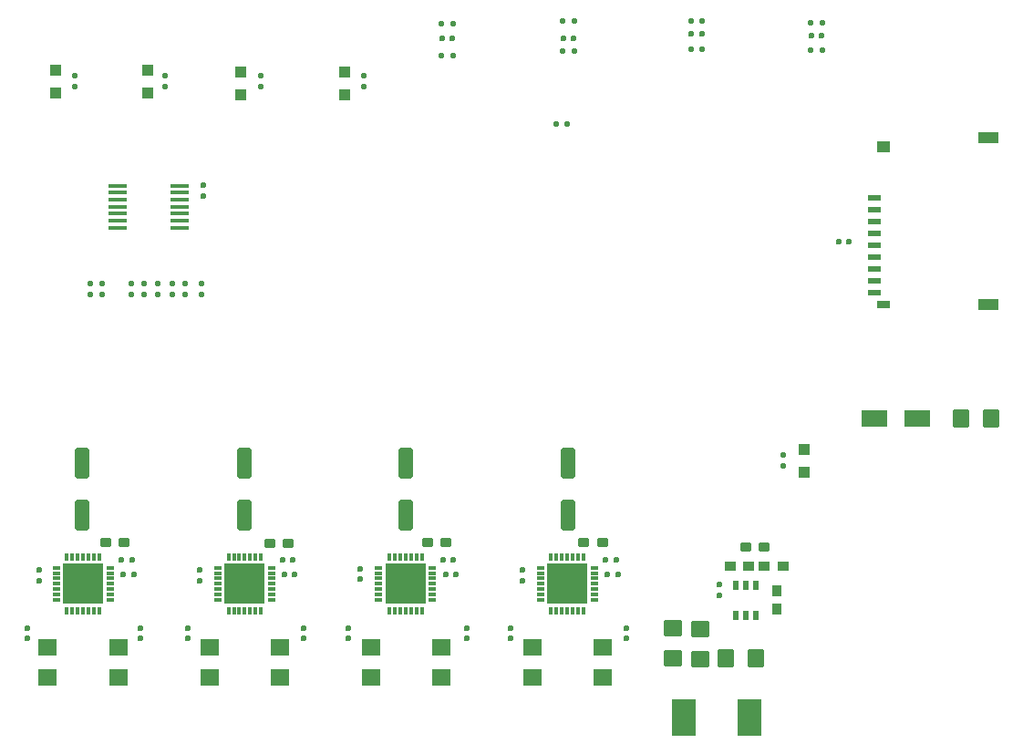
<source format=gbr>
G04 DipTrace 4.1.0.0*
G04 TopPaste.gbr*
%MOIN*%
G04 #@! TF.FileFunction,Paste,Top*
G04 #@! TF.Part,Single*
%AMOUTLINE2*
4,1,28,
-0.025195,-0.047312,
-0.025195,0.047312,
-0.024911,0.049474,
-0.024126,0.051369,
-0.022878,0.052996,
-0.021251,0.054244,
-0.019356,0.055029,
-0.017194,0.055313,
0.017194,0.055313,
0.019356,0.055029,
0.021251,0.054244,
0.022878,0.052996,
0.024126,0.051369,
0.024911,0.049474,
0.025195,0.047312,
0.025195,-0.047312,
0.024911,-0.049474,
0.024126,-0.051369,
0.022878,-0.052996,
0.021251,-0.054244,
0.019356,-0.055029,
0.017194,-0.055313,
-0.017194,-0.055313,
-0.019356,-0.055029,
-0.021251,-0.054244,
-0.022878,-0.052996,
-0.024126,-0.051369,
-0.024911,-0.049474,
-0.025195,-0.047312,
0*%
%AMOUTLINE5*
4,1,28,
0.025195,0.047312,
0.025195,-0.047312,
0.024911,-0.049474,
0.024126,-0.051369,
0.022878,-0.052996,
0.021251,-0.054244,
0.019356,-0.055029,
0.017194,-0.055313,
-0.017194,-0.055313,
-0.019356,-0.055029,
-0.021251,-0.054244,
-0.022878,-0.052996,
-0.024126,-0.051369,
-0.024911,-0.049474,
-0.025195,-0.047312,
-0.025195,0.047312,
-0.024911,0.049474,
-0.024126,0.051369,
-0.022878,0.052996,
-0.021251,0.054244,
-0.019356,0.055029,
-0.017194,0.055313,
0.017194,0.055313,
0.019356,0.055029,
0.021251,0.054244,
0.022878,0.052996,
0.024126,0.051369,
0.024911,0.049474,
0.025195,0.047312,
0*%
%AMOUTLINE8*
4,1,28,
-0.010038,-0.005186,
-0.010038,0.005186,
-0.009901,0.006227,
-0.009549,0.007077,
-0.008988,0.007807,
-0.008258,0.008368,
-0.007408,0.00872,
-0.006367,0.008857,
0.006367,0.008857,
0.007408,0.00872,
0.008258,0.008368,
0.008988,0.007807,
0.009549,0.007077,
0.009901,0.006227,
0.010038,0.005186,
0.010038,-0.005186,
0.009901,-0.006227,
0.009549,-0.007077,
0.008988,-0.007807,
0.008258,-0.008368,
0.007408,-0.00872,
0.006367,-0.008857,
-0.006367,-0.008857,
-0.007408,-0.00872,
-0.008258,-0.008368,
-0.008988,-0.007807,
-0.009549,-0.007077,
-0.009901,-0.006227,
-0.010038,-0.005186,
0*%
%AMOUTLINE11*
4,1,28,
0.010038,0.005186,
0.010038,-0.005186,
0.009901,-0.006227,
0.009549,-0.007077,
0.008988,-0.007807,
0.008258,-0.008368,
0.007408,-0.00872,
0.006367,-0.008857,
-0.006367,-0.008857,
-0.007408,-0.00872,
-0.008258,-0.008368,
-0.008988,-0.007807,
-0.009549,-0.007077,
-0.009901,-0.006227,
-0.010038,-0.005186,
-0.010038,0.005186,
-0.009901,0.006227,
-0.009549,0.007077,
-0.008988,0.007807,
-0.008258,0.008368,
-0.007408,0.00872,
-0.006367,0.008857,
0.006367,0.008857,
0.007408,0.00872,
0.008258,0.008368,
0.008988,0.007807,
0.009549,0.007077,
0.009901,0.006227,
0.010038,0.005186,
0*%
%AMOUTLINE14*
4,1,28,
-0.005186,0.010038,
0.005186,0.010038,
0.006227,0.009901,
0.007077,0.009549,
0.007807,0.008988,
0.008368,0.008258,
0.00872,0.007408,
0.008857,0.006367,
0.008857,-0.006367,
0.00872,-0.007408,
0.008368,-0.008258,
0.007807,-0.008988,
0.007077,-0.009549,
0.006227,-0.009901,
0.005186,-0.010038,
-0.005186,-0.010038,
-0.006227,-0.009901,
-0.007077,-0.009549,
-0.007807,-0.008988,
-0.008368,-0.008258,
-0.00872,-0.007408,
-0.008857,-0.006367,
-0.008857,0.006367,
-0.00872,0.007408,
-0.008368,0.008258,
-0.007807,0.008988,
-0.007077,0.009549,
-0.006227,0.009901,
-0.005186,0.010038,
0*%
%AMOUTLINE17*
4,1,28,
0.005186,-0.010038,
-0.005186,-0.010038,
-0.006227,-0.009901,
-0.007077,-0.009549,
-0.007807,-0.008988,
-0.008368,-0.008258,
-0.00872,-0.007408,
-0.008857,-0.006367,
-0.008857,0.006367,
-0.00872,0.007408,
-0.008368,0.008258,
-0.007807,0.008988,
-0.007077,0.009549,
-0.006227,0.009901,
-0.005186,0.010038,
0.005186,0.010038,
0.006227,0.009901,
0.007077,0.009549,
0.007807,0.008988,
0.008368,0.008258,
0.00872,0.007408,
0.008857,0.006367,
0.008857,-0.006367,
0.00872,-0.007408,
0.008368,-0.008258,
0.007807,-0.008988,
0.007077,-0.009549,
0.006227,-0.009901,
0.005186,-0.010038,
0*%
%AMOUTLINE20*
4,1,28,
0.019683,0.009714,
0.019684,-0.009713,
0.019399,-0.011875,
0.018614,-0.01377,
0.017366,-0.015397,
0.015739,-0.016645,
0.013845,-0.01743,
0.011682,-0.017715,
-0.011682,-0.017715,
-0.013844,-0.017431,
-0.015738,-0.016646,
-0.017365,-0.015398,
-0.018614,-0.013771,
-0.019399,-0.011876,
-0.019683,-0.009714,
-0.019684,0.009713,
-0.019399,0.011875,
-0.018614,0.01377,
-0.017366,0.015397,
-0.015739,0.016645,
-0.013845,0.01743,
-0.011682,0.017715,
0.011682,0.017715,
0.013844,0.017431,
0.015738,0.016646,
0.017365,0.015398,
0.018614,0.013771,
0.019399,0.011876,
0.019683,0.009714,
0*%
%AMOUTLINE23*
4,1,28,
0.029526,0.025855,
0.029526,-0.025855,
0.029255,-0.027916,
0.028509,-0.029715,
0.027324,-0.031261,
0.025778,-0.032446,
0.023979,-0.033192,
0.021918,-0.033463,
-0.021918,-0.033463,
-0.023979,-0.033192,
-0.025778,-0.032446,
-0.027324,-0.031261,
-0.028509,-0.029715,
-0.029255,-0.027916,
-0.029526,-0.025855,
-0.029526,0.025855,
-0.029255,0.027916,
-0.028509,0.029715,
-0.027324,0.031261,
-0.025778,0.032446,
-0.023979,0.033192,
-0.021918,0.033463,
0.021918,0.033463,
0.023979,0.033192,
0.025778,0.032446,
0.027324,0.031261,
0.028509,0.029715,
0.029255,0.027916,
0.029526,0.025855,
0*%
%AMOUTLINE26*
4,1,28,
-0.029526,-0.025855,
-0.029526,0.025855,
-0.029255,0.027916,
-0.028509,0.029715,
-0.027324,0.031261,
-0.025778,0.032446,
-0.023979,0.033192,
-0.021918,0.033463,
0.021918,0.033463,
0.023979,0.033192,
0.025778,0.032446,
0.027324,0.031261,
0.028509,0.029715,
0.029255,0.027916,
0.029526,0.025855,
0.029526,-0.025855,
0.029255,-0.027916,
0.028509,-0.029715,
0.027324,-0.031261,
0.025778,-0.032446,
0.023979,-0.033192,
0.021918,-0.033463,
-0.021918,-0.033463,
-0.023979,-0.033192,
-0.025778,-0.032446,
-0.027324,-0.031261,
-0.028509,-0.029715,
-0.029255,-0.027916,
-0.029526,-0.025855,
0*%
%AMOUTLINE29*
4,1,28,
-0.025855,0.029526,
0.025855,0.029526,
0.027916,0.029255,
0.029715,0.028509,
0.031261,0.027324,
0.032446,0.025778,
0.033192,0.023979,
0.033463,0.021918,
0.033463,-0.021918,
0.033192,-0.023979,
0.032446,-0.025778,
0.031261,-0.027324,
0.029715,-0.028509,
0.027916,-0.029255,
0.025855,-0.029526,
-0.025855,-0.029526,
-0.027916,-0.029255,
-0.029715,-0.028509,
-0.031261,-0.027324,
-0.032446,-0.025778,
-0.033192,-0.023979,
-0.033463,-0.021918,
-0.033463,0.021918,
-0.033192,0.023979,
-0.032446,0.025778,
-0.031261,0.027324,
-0.029715,0.028509,
-0.027916,0.029255,
-0.025855,0.029526,
0*%
%AMOUTLINE32*
4,1,28,
-0.005186,0.010235,
0.005186,0.010235,
0.006125,0.010111,
0.006881,0.009798,
0.007529,0.009301,
0.008027,0.008652,
0.008339,0.007897,
0.008463,0.006957,
0.008463,-0.006957,
0.008339,-0.007897,
0.008027,-0.008652,
0.007529,-0.009301,
0.006881,-0.009798,
0.006125,-0.010111,
0.005186,-0.010235,
-0.005186,-0.010235,
-0.006125,-0.010111,
-0.006881,-0.009798,
-0.007529,-0.009301,
-0.008027,-0.008652,
-0.008339,-0.007897,
-0.008463,-0.006957,
-0.008463,0.006957,
-0.008339,0.007897,
-0.008027,0.008652,
-0.007529,0.009301,
-0.006881,0.009798,
-0.006125,0.010111,
-0.005186,0.010235,
0*%
%AMOUTLINE35*
4,1,28,
0.005186,-0.010235,
-0.005186,-0.010235,
-0.006125,-0.010111,
-0.006881,-0.009798,
-0.007529,-0.009301,
-0.008027,-0.008652,
-0.008339,-0.007897,
-0.008463,-0.006957,
-0.008463,0.006957,
-0.008339,0.007897,
-0.008027,0.008652,
-0.007529,0.009301,
-0.006881,0.009798,
-0.006125,0.010111,
-0.005186,0.010235,
0.005186,0.010235,
0.006125,0.010111,
0.006881,0.009798,
0.007529,0.009301,
0.008027,0.008652,
0.008339,0.007897,
0.008463,0.006957,
0.008463,-0.006957,
0.008339,-0.007897,
0.008027,-0.008652,
0.007529,-0.009301,
0.006881,-0.009798,
0.006125,-0.010111,
0.005186,-0.010235,
0*%
%AMOUTLINE38*
4,1,28,
0.010235,0.005186,
0.010235,-0.005186,
0.010111,-0.006125,
0.009798,-0.006881,
0.009301,-0.007529,
0.008652,-0.008027,
0.007897,-0.008339,
0.006957,-0.008463,
-0.006957,-0.008463,
-0.007897,-0.008339,
-0.008652,-0.008027,
-0.009301,-0.007529,
-0.009798,-0.006881,
-0.010111,-0.006125,
-0.010235,-0.005186,
-0.010235,0.005186,
-0.010111,0.006125,
-0.009798,0.006881,
-0.009301,0.007529,
-0.008652,0.008027,
-0.007897,0.008339,
-0.006957,0.008463,
0.006957,0.008463,
0.007897,0.008339,
0.008652,0.008027,
0.009301,0.007529,
0.009798,0.006881,
0.010111,0.006125,
0.010235,0.005186,
0*%
%AMOUTLINE41*
4,1,28,
-0.010235,-0.005186,
-0.010235,0.005186,
-0.010111,0.006125,
-0.009798,0.006881,
-0.009301,0.007529,
-0.008652,0.008027,
-0.007897,0.008339,
-0.006957,0.008463,
0.006957,0.008463,
0.007897,0.008339,
0.008652,0.008027,
0.009301,0.007529,
0.009798,0.006881,
0.010111,0.006125,
0.010235,0.005186,
0.010235,-0.005186,
0.010111,-0.006125,
0.009798,-0.006881,
0.009301,-0.007529,
0.008652,-0.008027,
0.007897,-0.008339,
0.006957,-0.008463,
-0.006957,-0.008463,
-0.007897,-0.008339,
-0.008652,-0.008027,
-0.009301,-0.007529,
-0.009798,-0.006881,
-0.010111,-0.006125,
-0.010235,-0.005186,
0*%
%ADD49R,0.027559X0.011811*%
%ADD50R,0.011811X0.027559*%
%ADD51R,0.145669X0.145669*%
%ADD73R,0.019682X0.03543*%
%ADD75R,0.066926X0.011808*%
%ADD87R,0.051178X0.027556*%
%ADD89R,0.051178X0.043304*%
%ADD91R,0.0748X0.043304*%
%ADD93R,0.047241X0.023619*%
%ADD95R,0.039367X0.03543*%
%ADD97R,0.03543X0.039367*%
%ADD99R,0.066926X0.059052*%
%ADD103R,0.043304X0.043304*%
%ADD105R,0.08858X0.133855*%
%ADD119R,0.094485X0.062989*%
%ADD125OUTLINE2*%
%ADD128OUTLINE5*%
%ADD131OUTLINE8*%
%ADD134OUTLINE11*%
%ADD137OUTLINE14*%
%ADD140OUTLINE17*%
%ADD143OUTLINE20*%
%ADD146OUTLINE23*%
%ADD149OUTLINE26*%
%ADD152OUTLINE29*%
%ADD155OUTLINE32*%
%ADD158OUTLINE35*%
%ADD161OUTLINE38*%
%ADD164OUTLINE41*%
%FSLAX26Y26*%
G04*
G70*
G90*
G75*
G01*
G04 TopPaste*
%LPD*%
D125*
X922000Y1358512D3*
D128*
Y1547488D3*
D131*
X720772Y906205D3*
D134*
Y944787D3*
D131*
X1134157Y906205D3*
D134*
Y944787D3*
D137*
X1065709Y1195000D3*
D140*
X1104291D3*
D125*
X1516047Y1358512D3*
D128*
Y1547488D3*
D131*
X1307386Y906205D3*
D134*
Y944787D3*
D131*
X1732583Y906205D3*
D134*
Y944787D3*
D137*
X1654236Y1194000D3*
D140*
X1692819D3*
X1110291Y1141500D3*
D137*
X1071709D3*
D140*
X1699791D3*
D137*
X1661209D3*
D143*
X1074965Y1259001D3*
X1008035Y1258999D3*
D131*
X763500Y1117709D3*
D134*
Y1156291D3*
D143*
X1676465Y1256000D3*
X1609535D3*
D131*
X1353130Y1117709D3*
D134*
Y1156291D3*
D146*
X4244787Y1712751D3*
X4134551D3*
D125*
X2106598Y1358512D3*
D128*
Y1547488D3*
D131*
X1894000Y906205D3*
D134*
Y944787D3*
D131*
X2327071Y906205D3*
D134*
Y944787D3*
D137*
X2240850Y1194000D3*
D140*
X2279433D3*
D125*
X2697150Y1358512D3*
D128*
Y1547488D3*
D131*
X2488488Y906205D3*
D134*
Y944787D3*
D131*
X2911717Y906205D3*
D134*
Y944787D3*
D137*
X2835339Y1194000D3*
D140*
X2873921D3*
X2289433Y1140000D3*
D137*
X2250850D3*
D140*
X2880421Y1141500D3*
D137*
X2841839D3*
X3687209Y2356500D3*
D140*
X3725791D3*
D143*
X2252024Y1259000D3*
X2185094D3*
D131*
X1938244Y1123709D3*
D134*
Y1162291D3*
D143*
X2823528Y1259000D3*
X2756598D3*
D131*
X2531732Y1117709D3*
D134*
Y1156291D3*
D131*
X1363772Y2524685D3*
D134*
Y2563268D3*
D140*
X3625793Y3112751D3*
D137*
X3587210Y3112750D3*
D140*
X3188291Y3119000D3*
D137*
X3149709D3*
D134*
X3253154Y1102865D3*
D131*
Y1064282D3*
D140*
X2719294Y3100250D3*
D137*
X2680711Y3100249D3*
D140*
X2275791D3*
D137*
X2237209D3*
D149*
X3274807Y833573D3*
X3385043D3*
D152*
X3180319Y939873D3*
Y829636D3*
X3081894Y943810D3*
Y833573D3*
D143*
X3416539Y1241054D3*
X3349610D3*
D119*
X3975693Y1712751D3*
X3818213D3*
D105*
X3360437Y617038D3*
X3122248D3*
D103*
X1500249Y2894244D3*
Y2976921D3*
X825249Y2902661D3*
Y2985339D3*
X1881500Y2894244D3*
Y2976921D3*
X1162749Y2902661D3*
Y2985339D3*
X3559993Y1515161D3*
Y1597839D3*
D155*
X2654974Y2787751D3*
D158*
X2695525D3*
D99*
X1055418Y764079D3*
X1055416Y874315D3*
X795576Y764079D3*
X795574Y874315D3*
X1644441Y764079D3*
Y874315D3*
X1388642Y764079D3*
Y874315D3*
X2235781Y764079D3*
Y874315D3*
X1977190Y764079D3*
Y874315D3*
X2824068Y764079D3*
Y874315D3*
X2569493Y764079D3*
Y874315D3*
D161*
X1299606Y2204283D3*
D164*
Y2163732D3*
D161*
X1199587Y2204283D3*
D164*
Y2163732D3*
D161*
X1103134Y2204283D3*
D164*
Y2163732D3*
D155*
X3586226Y3056500D3*
D158*
X3626777D3*
D155*
X3148724Y3062751D3*
D158*
X3189276D3*
D161*
X996537Y2204283D3*
D164*
Y2163732D3*
D155*
X3586226Y3156500D3*
D158*
X3626777D3*
D155*
X3148723Y3164273D3*
D158*
X3189274Y3164275D3*
D164*
X1358555Y2163732D3*
D161*
Y2204283D3*
D164*
X1252770Y2163732D3*
D161*
Y2204283D3*
D164*
X1148407Y2163732D3*
D161*
Y2204283D3*
D164*
X950102Y2163732D3*
D161*
Y2204283D3*
X1575251Y2966045D3*
D164*
Y2925493D3*
D161*
X894001Y2966045D3*
D164*
Y2925493D3*
D161*
X1950249Y2966045D3*
D164*
Y2925493D3*
D161*
X1225251Y2966045D3*
D164*
Y2925493D3*
D155*
X2679727Y3054530D3*
D158*
X2720278D3*
D155*
X2236224Y3037749D3*
D158*
X2276776D3*
D155*
X2679727Y3164274D3*
D158*
X2720278D3*
D155*
X2236224Y3154136D3*
D158*
X2276776D3*
D97*
X3461815Y1081605D3*
Y1014676D3*
D161*
X3484993Y1576776D3*
D164*
Y1536224D3*
D95*
X3357484Y1170188D3*
X3290555D3*
X3483469D3*
X3416539D3*
D93*
X3819591Y2517882D3*
Y2474575D3*
Y2431268D3*
Y2387961D3*
Y2344654D3*
Y2301346D3*
Y2258039D3*
Y2214732D3*
Y2171425D3*
D91*
X4234945Y2739142D3*
D89*
X3853055Y2706071D3*
D87*
Y2128118D3*
D91*
X4234945D3*
D49*
X1023915Y1047545D3*
Y1067230D3*
Y1086915D3*
Y1106600D3*
Y1126285D3*
Y1145970D3*
Y1165656D3*
D50*
X984549Y1205027D3*
X964864D3*
X945179D3*
X925494D3*
X905809D3*
X886124D3*
X866439D3*
D49*
X827068Y1165656D3*
Y1145970D3*
Y1126285D3*
Y1106600D3*
Y1086915D3*
Y1067230D3*
Y1047545D3*
D50*
X866439Y1008179D3*
X886124D3*
X905809D3*
X925494D3*
X945179D3*
X964864D3*
X984549D3*
D51*
X925494Y1106600D3*
D49*
X1614469Y1047546D3*
Y1067231D3*
X1614468Y1086916D3*
Y1106601D3*
X1614467Y1126286D3*
Y1145971D3*
X1614466Y1165656D3*
D50*
X1575099Y1205027D3*
X1555414Y1205026D3*
X1535729D3*
X1516044Y1205025D3*
X1496359D3*
X1476674D3*
X1456989Y1205024D3*
D49*
X1417619Y1165652D3*
Y1145967D3*
X1417620Y1126282D3*
Y1106597D3*
Y1086912D3*
X1417621Y1067227D3*
Y1047542D3*
D50*
X1456993Y1008176D3*
X1476679Y1008177D3*
X1496364D3*
X1516049Y1008178D3*
X1535734D3*
X1555419Y1008179D3*
X1575104D3*
D51*
X1516046Y1106599D3*
D49*
X2203213Y1047545D3*
Y1067230D3*
Y1086915D3*
Y1106600D3*
Y1126285D3*
Y1145970D3*
Y1165656D3*
D50*
X2163847Y1205027D3*
X2144162D3*
X2124477D3*
X2104792D3*
X2085107D3*
X2065422D3*
X2045737D3*
D49*
X2006365Y1165656D3*
Y1145970D3*
Y1126285D3*
Y1106600D3*
Y1086915D3*
Y1067230D3*
Y1047545D3*
D50*
X2045737Y1008179D3*
X2065422D3*
X2085107D3*
X2104792D3*
X2124477D3*
X2144162D3*
X2163847D3*
D51*
X2104792Y1106600D3*
D49*
X2793767Y1047546D3*
X2793766Y1067231D3*
Y1086916D3*
Y1106601D3*
X2793765Y1126286D3*
Y1145971D3*
X2793764Y1165656D3*
D50*
X2754397Y1205027D3*
X2734712Y1205026D3*
X2715027D3*
X2695342Y1205025D3*
X2675657D3*
X2655972D3*
X2636287Y1205024D3*
D49*
X2596917Y1165652D3*
Y1145967D3*
Y1126282D3*
X2596918Y1106597D3*
Y1086912D3*
X2596919Y1067227D3*
Y1047542D3*
D50*
X2636291Y1008176D3*
X2655976Y1008177D3*
X2675661D3*
X2695347Y1008178D3*
X2715032D3*
X2734717Y1008179D3*
X2754402D3*
D51*
X2695344Y1106599D3*
D75*
X1050171Y2562185D3*
Y2536594D3*
Y2511004D3*
Y2485413D3*
Y2459823D3*
Y2434232D3*
X1050178Y2408642D3*
X1278517D3*
Y2434232D3*
Y2459823D3*
Y2485413D3*
Y2511004D3*
Y2536594D3*
Y2562185D3*
D73*
X3310240Y992038D3*
X3347642D3*
X3385043D3*
Y1100306D3*
X3347642D3*
X3310240D3*
M02*

</source>
